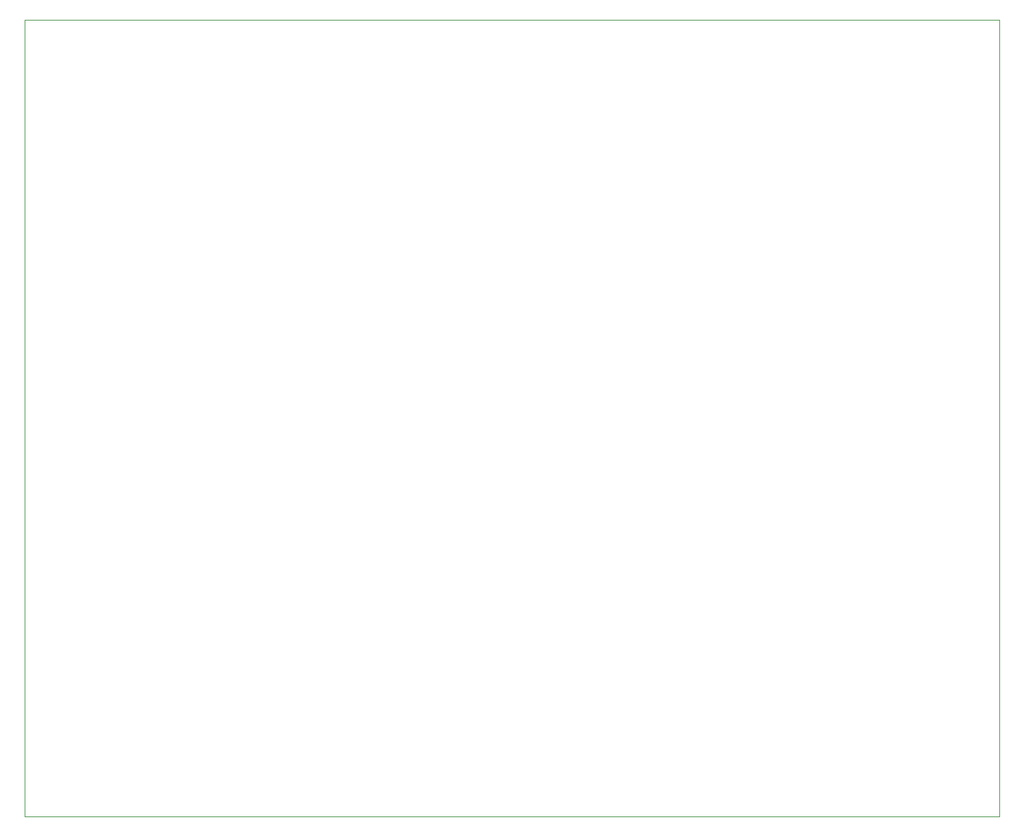
<source format=gbr>
G04 #@! TF.FileFunction,Other,User*
%FSLAX46Y46*%
G04 Gerber Fmt 4.6, Leading zero omitted, Abs format (unit mm)*
G04 Created by KiCad (PCBNEW 4.0.5) date 05/26/17 17:20:31*
%MOMM*%
%LPD*%
G01*
G04 APERTURE LIST*
%ADD10C,0.025400*%
%ADD11C,0.101600*%
G04 APERTURE END LIST*
D10*
D11*
X0Y0D02*
X0Y98544380D01*
X120469660Y0D02*
X0Y0D01*
X120469660Y98544380D02*
X120469660Y0D01*
X0Y98544380D02*
X120469660Y98544380D01*
M02*

</source>
